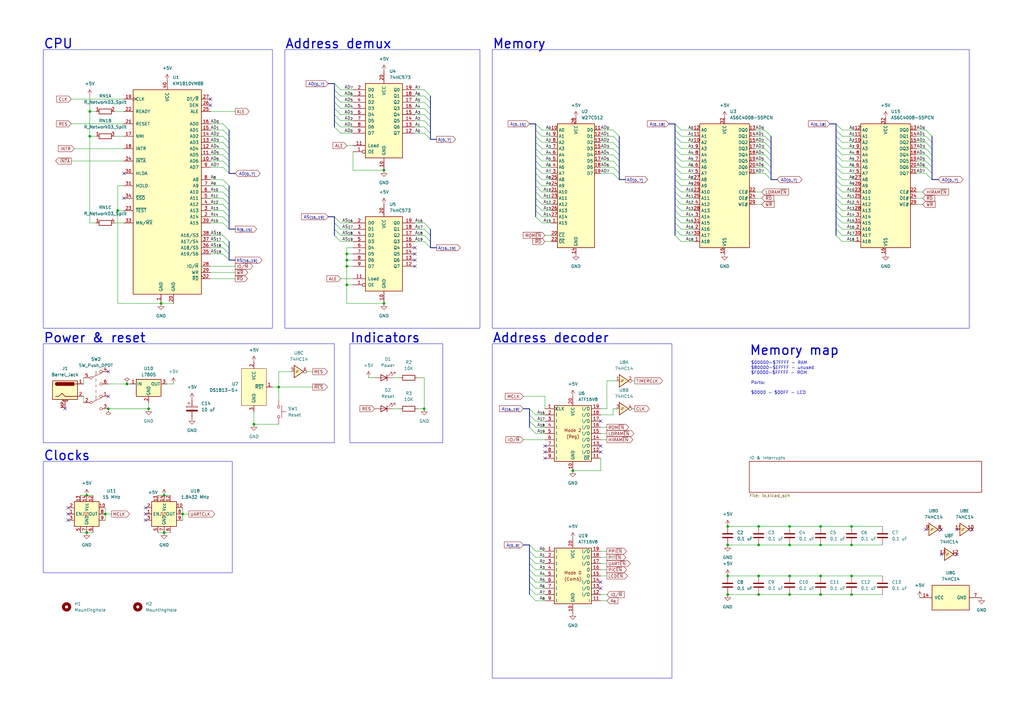
<source format=kicad_sch>
(kicad_sch (version 20230121) (generator eeschema)
  (paper "A3")
  (title_block (title "ПК-88") (date "2023-10-07") (rev "v0.2"))
  (junction (at 311.15 223.52))
  (junction (at 323.85 243.84))
  (junction (at 48.26 86.36))
  (junction (at 323.85 215.9))
  (junction (at 36.83 55.88))
  (junction (at 36.83 45.72))
  (junction (at 336.55 215.9))
  (junction (at 114.3 158.75))
  (junction (at 311.15 215.9))
  (junction (at 298.45 243.84))
  (junction (at 142.24 116.84))
  (junction (at 60.96 167.64))
  (junction (at 323.85 223.52))
  (junction (at 52.07 157.48))
  (junction (at 336.55 236.22))
  (junction (at 298.45 236.22))
  (junction (at 336.55 243.84))
  (junction (at 44.45 167.64))
  (junction (at 104.14 173.99))
  (junction (at 67.31 203.2))
  (junction (at 298.45 215.9))
  (junction (at 311.15 236.22))
  (junction (at 234.95 193.04))
  (junction (at 74.93 210.82))
  (junction (at 349.25 215.9))
  (junction (at 66.04 124.46))
  (junction (at 311.15 243.84))
  (junction (at 35.56 218.44))
  (junction (at 157.48 124.46))
  (junction (at 142.24 106.68))
  (junction (at 142.24 104.14))
  (junction (at 157.48 69.85))
  (junction (at 67.31 218.44))
  (junction (at 142.24 109.22))
  (junction (at 349.25 243.84))
  (junction (at 349.25 223.52))
  (junction (at 43.18 210.82))
  (junction (at 298.45 223.52))
  (junction (at 35.56 203.2))
  (junction (at 336.55 223.52))
  (junction (at 323.85 236.22))
  (junction (at 349.25 236.22))
  (junction (at 173.99 167.64))
  (no_connect (at 27.94 208.28))
  (no_connect (at 386.08 227.33))
  (no_connect (at 223.52 182.88))
  (no_connect (at 26.67 167.64))
  (no_connect (at 246.38 185.42))
  (no_connect (at 392.43 227.33))
  (no_connect (at 50.8 71.12))
  (no_connect (at 246.38 241.3))
  (no_connect (at 44.45 152.4))
  (no_connect (at 170.18 104.14))
  (no_connect (at 246.38 182.88))
  (no_connect (at 86.36 40.64))
  (no_connect (at 170.18 101.6))
  (no_connect (at 59.69 208.28))
  (no_connect (at 44.45 162.56))
  (no_connect (at 246.38 172.72))
  (no_connect (at 50.8 81.28))
  (no_connect (at 223.52 187.96))
  (no_connect (at 379.73 217.17))
  (no_connect (at 386.08 217.17))
  (no_connect (at 27.94 210.82))
  (no_connect (at 392.43 217.17))
  (no_connect (at 86.36 43.18))
  (no_connect (at 170.18 106.68))
  (no_connect (at 59.69 213.36))
  (no_connect (at 223.52 185.42))
  (no_connect (at 246.38 238.76))
  (no_connect (at 59.69 210.82))
  (no_connect (at 398.78 217.17))
  (no_connect (at 170.18 109.22))
  (no_connect (at 27.94 213.36))
  (bus_entry (at 139.7 52.07) (size -2.54 -2.54))
  (bus_entry (at 379.73 55.88) (size 2.54 2.54))
  (bus_entry (at 279.4 81.28) (size -2.54 -2.54))
  (bus_entry (at 345.44 78.74) (size -2.54 -2.54))
  (bus_entry (at 222.25 81.28) (size -2.54 -2.54))
  (bus_entry (at 222.25 55.88) (size -2.54 -2.54))
  (bus_entry (at 91.44 58.42) (size 2.54 2.54))
  (bus_entry (at 91.44 86.36) (size 2.54 2.54))
  (bus_entry (at 219.71 236.22) (size -2.54 -2.54))
  (bus_entry (at 139.7 46.99) (size -2.54 -2.54))
  (bus_entry (at 91.44 104.14) (size 2.54 2.54))
  (bus_entry (at 251.46 63.5) (size 2.54 2.54))
  (bus_entry (at 279.4 76.2) (size -2.54 -2.54))
  (bus_entry (at 379.73 53.34) (size 2.54 2.54))
  (bus_entry (at 222.25 78.74) (size -2.54 -2.54))
  (bus_entry (at 222.25 83.82) (size -2.54 -2.54))
  (bus_entry (at 91.44 76.2) (size 2.54 2.54))
  (bus_entry (at 345.44 66.04) (size -2.54 -2.54))
  (bus_entry (at 251.46 53.34) (size 2.54 2.54))
  (bus_entry (at 379.73 71.12) (size 2.54 2.54))
  (bus_entry (at 313.69 66.04) (size 2.54 2.54))
  (bus_entry (at 345.44 58.42) (size -2.54 -2.54))
  (bus_entry (at 222.25 76.2) (size -2.54 -2.54))
  (bus_entry (at 251.46 68.58) (size 2.54 2.54))
  (bus_entry (at 279.4 86.36) (size -2.54 -2.54))
  (bus_entry (at 173.99 36.83) (size 2.54 2.54))
  (bus_entry (at 345.44 60.96) (size -2.54 -2.54))
  (bus_entry (at 279.4 63.5) (size -2.54 -2.54))
  (bus_entry (at 91.44 60.96) (size 2.54 2.54))
  (bus_entry (at 345.44 96.52) (size -2.54 -2.54))
  (bus_entry (at 313.69 68.58) (size 2.54 2.54))
  (bus_entry (at 222.25 66.04) (size -2.54 -2.54))
  (bus_entry (at 379.73 63.5) (size 2.54 2.54))
  (bus_entry (at 279.4 78.74) (size -2.54 -2.54))
  (bus_entry (at 91.44 68.58) (size 2.54 2.54))
  (bus_entry (at 139.7 54.61) (size -2.54 -2.54))
  (bus_entry (at 345.44 81.28) (size -2.54 -2.54))
  (bus_entry (at 251.46 66.04) (size 2.54 2.54))
  (bus_entry (at 379.73 68.58) (size 2.54 2.54))
  (bus_entry (at 279.4 53.34) (size -2.54 -2.54))
  (bus_entry (at 279.4 83.82) (size -2.54 -2.54))
  (bus_entry (at 345.44 73.66) (size -2.54 -2.54))
  (bus_entry (at 219.71 172.72) (size -2.54 -2.54))
  (bus_entry (at 139.7 91.44) (size -2.54 -2.54))
  (bus_entry (at 91.44 101.6) (size 2.54 2.54))
  (bus_entry (at 345.44 68.58) (size -2.54 -2.54))
  (bus_entry (at 222.25 73.66) (size -2.54 -2.54))
  (bus_entry (at 219.71 233.68) (size -2.54 -2.54))
  (bus_entry (at 91.44 55.88) (size 2.54 2.54))
  (bus_entry (at 173.99 49.53) (size 2.54 2.54))
  (bus_entry (at 379.73 58.42) (size 2.54 2.54))
  (bus_entry (at 91.44 66.04) (size 2.54 2.54))
  (bus_entry (at 91.44 83.82) (size 2.54 2.54))
  (bus_entry (at 279.4 55.88) (size -2.54 -2.54))
  (bus_entry (at 222.25 91.44) (size -2.54 -2.54))
  (bus_entry (at 139.7 36.83) (size -2.54 -2.54))
  (bus_entry (at 222.25 63.5) (size -2.54 -2.54))
  (bus_entry (at 379.73 66.04) (size 2.54 2.54))
  (bus_entry (at 173.99 52.07) (size 2.54 2.54))
  (bus_entry (at 139.7 49.53) (size -2.54 -2.54))
  (bus_entry (at 173.99 99.06) (size 2.54 2.54))
  (bus_entry (at 91.44 99.06) (size 2.54 2.54))
  (bus_entry (at 313.69 53.34) (size 2.54 2.54))
  (bus_entry (at 279.4 58.42) (size -2.54 -2.54))
  (bus_entry (at 219.71 231.14) (size -2.54 -2.54))
  (bus_entry (at 219.71 226.06) (size -2.54 -2.54))
  (bus_entry (at 345.44 71.12) (size -2.54 -2.54))
  (bus_entry (at 379.73 60.96) (size 2.54 2.54))
  (bus_entry (at 279.4 66.04) (size -2.54 -2.54))
  (bus_entry (at 91.44 88.9) (size 2.54 2.54))
  (bus_entry (at 139.7 93.98) (size -2.54 -2.54))
  (bus_entry (at 345.44 63.5) (size -2.54 -2.54))
  (bus_entry (at 139.7 99.06) (size -2.54 -2.54))
  (bus_entry (at 91.44 63.5) (size 2.54 2.54))
  (bus_entry (at 279.4 73.66) (size -2.54 -2.54))
  (bus_entry (at 91.44 81.28) (size 2.54 2.54))
  (bus_entry (at 222.25 68.58) (size -2.54 -2.54))
  (bus_entry (at 279.4 71.12) (size -2.54 -2.54))
  (bus_entry (at 279.4 91.44) (size -2.54 -2.54))
  (bus_entry (at 345.44 88.9) (size -2.54 -2.54))
  (bus_entry (at 279.4 68.58) (size -2.54 -2.54))
  (bus_entry (at 91.44 78.74) (size 2.54 2.54))
  (bus_entry (at 222.25 71.12) (size -2.54 -2.54))
  (bus_entry (at 91.44 50.8) (size 2.54 2.54))
  (bus_entry (at 313.69 58.42) (size 2.54 2.54))
  (bus_entry (at 173.99 91.44) (size 2.54 2.54))
  (bus_entry (at 173.99 39.37) (size 2.54 2.54))
  (bus_entry (at 219.71 243.84) (size -2.54 -2.54))
  (bus_entry (at 173.99 93.98) (size 2.54 2.54))
  (bus_entry (at 91.44 53.34) (size 2.54 2.54))
  (bus_entry (at 222.25 60.96) (size -2.54 -2.54))
  (bus_entry (at 173.99 41.91) (size 2.54 2.54))
  (bus_entry (at 279.4 60.96) (size -2.54 -2.54))
  (bus_entry (at 345.44 91.44) (size -2.54 -2.54))
  (bus_entry (at 173.99 44.45) (size 2.54 2.54))
  (bus_entry (at 219.71 228.6) (size -2.54 -2.54))
  (bus_entry (at 313.69 63.5) (size 2.54 2.54))
  (bus_entry (at 219.71 238.76) (size -2.54 -2.54))
  (bus_entry (at 222.25 88.9) (size -2.54 -2.54))
  (bus_entry (at 219.71 170.18) (size -2.54 -2.54))
  (bus_entry (at 345.44 99.06) (size -2.54 -2.54))
  (bus_entry (at 279.4 88.9) (size -2.54 -2.54))
  (bus_entry (at 222.25 86.36) (size -2.54 -2.54))
  (bus_entry (at 345.44 53.34) (size -2.54 -2.54))
  (bus_entry (at 313.69 60.96) (size 2.54 2.54))
  (bus_entry (at 313.69 71.12) (size 2.54 2.54))
  (bus_entry (at 91.44 96.52) (size 2.54 2.54))
  (bus_entry (at 251.46 58.42) (size 2.54 2.54))
  (bus_entry (at 345.44 55.88) (size -2.54 -2.54))
  (bus_entry (at 251.46 55.88) (size 2.54 2.54))
  (bus_entry (at 251.46 71.12) (size 2.54 2.54))
  (bus_entry (at 222.25 58.42) (size -2.54 -2.54))
  (bus_entry (at 91.44 73.66) (size 2.54 2.54))
  (bus_entry (at 251.46 60.96) (size 2.54 2.54))
  (bus_entry (at 219.71 246.38) (size -2.54 -2.54))
  (bus_entry (at 345.44 83.82) (size -2.54 -2.54))
  (bus_entry (at 91.44 91.44) (size 2.54 2.54))
  (bus_entry (at 173.99 54.61) (size 2.54 2.54))
  (bus_entry (at 139.7 41.91) (size -2.54 -2.54))
  (bus_entry (at 173.99 46.99) (size 2.54 2.54))
  (bus_entry (at 139.7 96.52) (size -2.54 -2.54))
  (bus_entry (at 173.99 96.52) (size 2.54 2.54))
  (bus_entry (at 345.44 93.98) (size -2.54 -2.54))
  (bus_entry (at 345.44 86.36) (size -2.54 -2.54))
  (bus_entry (at 219.71 175.26) (size -2.54 -2.54))
  (bus_entry (at 139.7 39.37) (size -2.54 -2.54))
  (bus_entry (at 279.4 93.98) (size -2.54 -2.54))
  (bus_entry (at 279.4 96.52) (size -2.54 -2.54))
  (bus_entry (at 279.4 99.06) (size -2.54 -2.54))
  (bus_entry (at 345.44 76.2) (size -2.54 -2.54))
  (bus_entry (at 219.71 241.3) (size -2.54 -2.54))
  (bus_entry (at 139.7 44.45) (size -2.54 -2.54))
  (bus_entry (at 222.25 53.34) (size -2.54 -2.54))
  (bus_entry (at 219.71 177.8) (size -2.54 -2.54))
  (bus_entry (at 313.69 55.88) (size 2.54 2.54))
  (bus (pts (xy 137.16 93.98) (xy 137.16 91.44)))
  (wire (pts (xy 171.45 154.94) (xy 173.99 154.94)))
  (bus (pts (xy 93.98 91.44) (xy 93.98 93.98)))
  (wire (pts (xy 170.18 96.52) (xy 173.99 96.52)))
  (wire (pts (xy 111.76 158.75) (xy 114.3 158.75)))
  (wire (pts (xy 349.25 236.22) (xy 336.55 236.22)))
  (bus (pts (xy 382.27 71.12) (xy 382.27 73.66)))
  (wire (pts (xy 33.02 203.2) (xy 35.56 203.2)))
  (bus (pts (xy 217.17 167.64) (xy 214.63 167.64)))
  (wire (pts (xy 50.8 86.36) (xy 48.26 86.36)))
  (wire (pts (xy 144.78 36.83) (xy 139.7 36.83)))
  (wire (pts (xy 284.48 81.28) (xy 279.4 81.28)))
  (wire (pts (xy 284.48 76.2) (xy 279.4 76.2)))
  (wire (pts (xy 323.85 223.52) (xy 311.15 223.52)))
  (wire (pts (xy 86.36 45.72) (xy 96.52 45.72)))
  (wire (pts (xy 309.88 58.42) (xy 313.69 58.42)))
  (bus (pts (xy 219.71 63.5) (xy 219.71 60.96)))
  (bus (pts (xy 93.98 68.58) (xy 93.98 71.12)))
  (wire (pts (xy 64.77 203.2) (xy 67.31 203.2)))
  (wire (pts (xy 375.92 58.42) (xy 379.73 58.42)))
  (bus (pts (xy 93.98 106.68) (xy 96.52 106.68)))
  (wire (pts (xy 142.24 124.46) (xy 157.48 124.46)))
  (bus (pts (xy 176.53 99.06) (xy 176.53 101.6)))
  (bus (pts (xy 217.17 236.22) (xy 217.17 233.68)))
  (bus (pts (xy 382.27 68.58) (xy 382.27 71.12)))
  (wire (pts (xy 36.83 91.44) (xy 39.37 91.44)))
  (wire (pts (xy 248.92 156.21) (xy 252.73 156.21)))
  (wire (pts (xy 226.06 83.82) (xy 222.25 83.82)))
  (wire (pts (xy 309.88 68.58) (xy 313.69 68.58)))
  (wire (pts (xy 246.38 60.96) (xy 251.46 60.96)))
  (bus (pts (xy 219.71 83.82) (xy 219.71 81.28)))
  (wire (pts (xy 223.52 96.52) (xy 226.06 96.52)))
  (wire (pts (xy 170.18 52.07) (xy 173.99 52.07)))
  (wire (pts (xy 323.85 223.52) (xy 336.55 223.52)))
  (bus (pts (xy 342.9 88.9) (xy 342.9 86.36)))
  (wire (pts (xy 86.36 96.52) (xy 91.44 96.52)))
  (wire (pts (xy 336.55 215.9) (xy 349.25 215.9)))
  (bus (pts (xy 137.16 39.37) (xy 137.16 36.83)))
  (bus (pts (xy 276.86 81.28) (xy 276.86 78.74)))
  (wire (pts (xy 91.44 99.06) (xy 86.36 99.06)))
  (wire (pts (xy 144.78 39.37) (xy 139.7 39.37)))
  (wire (pts (xy 86.36 55.88) (xy 91.44 55.88)))
  (wire (pts (xy 248.92 231.14) (xy 246.38 231.14)))
  (wire (pts (xy 173.99 49.53) (xy 170.18 49.53)))
  (bus (pts (xy 342.9 55.88) (xy 342.9 53.34)))
  (wire (pts (xy 248.92 236.22) (xy 246.38 236.22)))
  (bus (pts (xy 137.16 41.91) (xy 137.16 39.37)))
  (wire (pts (xy 114.3 152.4) (xy 114.3 158.75)))
  (bus (pts (xy 137.16 46.99) (xy 137.16 44.45)))
  (wire (pts (xy 284.48 60.96) (xy 279.4 60.96)))
  (wire (pts (xy 170.18 39.37) (xy 173.99 39.37)))
  (wire (pts (xy 248.92 167.64) (xy 248.92 156.21)))
  (wire (pts (xy 144.78 106.68) (xy 142.24 106.68)))
  (wire (pts (xy 43.18 208.28) (xy 43.18 210.82)))
  (wire (pts (xy 45.72 210.82) (xy 43.18 210.82)))
  (bus (pts (xy 93.98 58.42) (xy 93.98 60.96)))
  (wire (pts (xy 226.06 63.5) (xy 222.25 63.5)))
  (bus (pts (xy 254 55.88) (xy 254 58.42)))
  (wire (pts (xy 60.96 167.64) (xy 60.96 165.1)))
  (wire (pts (xy 298.45 215.9) (xy 311.15 215.9)))
  (wire (pts (xy 350.52 91.44) (xy 345.44 91.44)))
  (wire (pts (xy 284.48 73.66) (xy 279.4 73.66)))
  (wire (pts (xy 350.52 83.82) (xy 345.44 83.82)))
  (bus (pts (xy 219.71 68.58) (xy 219.71 66.04)))
  (wire (pts (xy 29.21 40.64) (xy 50.8 40.64)))
  (wire (pts (xy 350.52 58.42) (xy 345.44 58.42)))
  (wire (pts (xy 114.3 152.4) (xy 119.38 152.4)))
  (wire (pts (xy 226.06 71.12) (xy 222.25 71.12)))
  (wire (pts (xy 144.78 46.99) (xy 139.7 46.99)))
  (bus (pts (xy 316.23 60.96) (xy 316.23 63.5)))
  (wire (pts (xy 350.52 53.34) (xy 345.44 53.34)))
  (bus (pts (xy 342.9 78.74) (xy 342.9 76.2)))
  (bus (pts (xy 93.98 83.82) (xy 93.98 86.36)))
  (wire (pts (xy 34.29 162.56) (xy 34.29 165.1)))
  (bus (pts (xy 137.16 49.53) (xy 137.16 46.99)))
  (wire (pts (xy 246.38 63.5) (xy 251.46 63.5)))
  (bus (pts (xy 276.86 93.98) (xy 276.86 91.44)))
  (wire (pts (xy 378.46 83.82) (xy 375.92 83.82)))
  (wire (pts (xy 74.93 208.28) (xy 74.93 210.82)))
  (wire (pts (xy 226.06 91.44) (xy 222.25 91.44)))
  (wire (pts (xy 223.52 228.6) (xy 219.71 228.6)))
  (bus (pts (xy 219.71 50.8) (xy 217.17 50.8)))
  (wire (pts (xy 223.52 226.06) (xy 219.71 226.06)))
  (wire (pts (xy 128.27 158.75) (xy 114.3 158.75)))
  (wire (pts (xy 170.18 36.83) (xy 173.99 36.83)))
  (bus (pts (xy 219.71 73.66) (xy 219.71 71.12)))
  (wire (pts (xy 312.42 81.28) (xy 309.88 81.28)))
  (wire (pts (xy 170.18 93.98) (xy 173.99 93.98)))
  (wire (pts (xy 151.13 154.94) (xy 153.67 154.94)))
  (wire (pts (xy 170.18 46.99) (xy 173.99 46.99)))
  (wire (pts (xy 312.42 83.82) (xy 309.88 83.82)))
  (wire (pts (xy 246.38 71.12) (xy 251.46 71.12)))
  (wire (pts (xy 86.36 81.28) (xy 91.44 81.28)))
  (wire (pts (xy 223.52 233.68) (xy 219.71 233.68)))
  (wire (pts (xy 246.38 187.96) (xy 246.38 193.04)))
  (bus (pts (xy 93.98 78.74) (xy 93.98 81.28)))
  (wire (pts (xy 378.46 78.74) (xy 375.92 78.74)))
  (bus (pts (xy 219.71 88.9) (xy 219.71 86.36)))
  (wire (pts (xy 30.48 60.96) (xy 50.8 60.96)))
  (wire (pts (xy 86.36 78.74) (xy 91.44 78.74)))
  (wire (pts (xy 34.29 154.94) (xy 34.29 157.48)))
  (wire (pts (xy 86.36 76.2) (xy 91.44 76.2)))
  (bus (pts (xy 254 68.58) (xy 254 71.12)))
  (wire (pts (xy 248.92 243.84) (xy 246.38 243.84)))
  (bus (pts (xy 137.16 91.44) (xy 137.16 88.9)))
  (wire (pts (xy 246.38 58.42) (xy 251.46 58.42)))
  (wire (pts (xy 86.36 73.66) (xy 91.44 73.66)))
  (wire (pts (xy 279.4 66.04) (xy 284.48 66.04)))
  (bus (pts (xy 316.23 63.5) (xy 316.23 66.04)))
  (bus (pts (xy 217.17 241.3) (xy 217.17 238.76)))
  (bus (pts (xy 93.98 71.12) (xy 96.52 71.12)))
  (wire (pts (xy 375.92 55.88) (xy 379.73 55.88)))
  (wire (pts (xy 139.7 49.53) (xy 144.78 49.53)))
  (wire (pts (xy 251.46 66.04) (xy 246.38 66.04)))
  (wire (pts (xy 311.15 243.84) (xy 298.45 243.84)))
  (wire (pts (xy 226.06 68.58) (xy 222.25 68.58)))
  (bus (pts (xy 276.86 63.5) (xy 276.86 60.96)))
  (wire (pts (xy 223.52 246.38) (xy 219.71 246.38)))
  (bus (pts (xy 219.71 76.2) (xy 219.71 73.66)))
  (wire (pts (xy 350.52 76.2) (xy 345.44 76.2)))
  (wire (pts (xy 361.95 223.52) (xy 349.25 223.52)))
  (bus (pts (xy 382.27 66.04) (xy 382.27 68.58)))
  (bus (pts (xy 342.9 50.8) (xy 340.36 50.8)))
  (wire (pts (xy 375.92 63.5) (xy 379.73 63.5)))
  (wire (pts (xy 223.52 243.84) (xy 219.71 243.84)))
  (wire (pts (xy 223.52 172.72) (xy 219.71 172.72)))
  (bus (pts (xy 217.17 233.68) (xy 217.17 231.14)))
  (bus (pts (xy 176.53 52.07) (xy 176.53 54.61)))
  (wire (pts (xy 67.31 218.44) (xy 64.77 218.44)))
  (wire (pts (xy 170.18 44.45) (xy 173.99 44.45)))
  (wire (pts (xy 375.92 60.96) (xy 379.73 60.96)))
  (wire (pts (xy 86.36 66.04) (xy 91.44 66.04)))
  (wire (pts (xy 345.44 93.98) (xy 350.52 93.98)))
  (bus (pts (xy 342.9 96.52) (xy 342.9 93.98)))
  (wire (pts (xy 39.37 55.88) (xy 36.83 55.88)))
  (wire (pts (xy 144.78 101.6) (xy 142.24 101.6)))
  (wire (pts (xy 350.52 88.9) (xy 345.44 88.9)))
  (wire (pts (xy 350.52 71.12) (xy 345.44 71.12)))
  (wire (pts (xy 248.92 233.68) (xy 246.38 233.68)))
  (bus (pts (xy 176.53 46.99) (xy 176.53 49.53)))
  (wire (pts (xy 161.29 167.64) (xy 163.83 167.64)))
  (wire (pts (xy 36.83 39.37) (xy 36.83 45.72)))
  (bus (pts (xy 276.86 78.74) (xy 276.86 76.2)))
  (wire (pts (xy 345.44 86.36) (xy 350.52 86.36)))
  (wire (pts (xy 91.44 86.36) (xy 86.36 86.36)))
  (wire (pts (xy 248.92 246.38) (xy 246.38 246.38)))
  (wire (pts (xy 91.44 63.5) (xy 86.36 63.5)))
  (wire (pts (xy 350.52 60.96) (xy 345.44 60.96)))
  (wire (pts (xy 171.45 167.64) (xy 173.99 167.64)))
  (bus (pts (xy 342.9 60.96) (xy 342.9 58.42)))
  (wire (pts (xy 246.38 177.8) (xy 248.92 177.8)))
  (bus (pts (xy 217.17 228.6) (xy 217.17 226.06)))
  (wire (pts (xy 350.52 73.66) (xy 345.44 73.66)))
  (wire (pts (xy 246.38 167.64) (xy 248.92 167.64)))
  (wire (pts (xy 260.35 167.64) (xy 259.08 167.64)))
  (bus (pts (xy 176.53 44.45) (xy 176.53 46.99)))
  (wire (pts (xy 77.47 210.82) (xy 74.93 210.82)))
  (wire (pts (xy 248.92 228.6) (xy 246.38 228.6)))
  (wire (pts (xy 284.48 58.42) (xy 279.4 58.42)))
  (bus (pts (xy 93.98 53.34) (xy 93.98 55.88)))
  (wire (pts (xy 223.52 175.26) (xy 219.71 175.26)))
  (wire (pts (xy 44.45 167.64) (xy 60.96 167.64)))
  (bus (pts (xy 93.98 66.04) (xy 93.98 68.58)))
  (bus (pts (xy 276.86 66.04) (xy 276.86 63.5)))
  (bus (pts (xy 176.53 39.37) (xy 176.53 41.91)))
  (wire (pts (xy 86.36 88.9) (xy 91.44 88.9)))
  (bus (pts (xy 217.17 231.14) (xy 217.17 228.6)))
  (wire (pts (xy 375.92 68.58) (xy 379.73 68.58)))
  (wire (pts (xy 86.36 101.6) (xy 91.44 101.6)))
  (wire (pts (xy 222.25 66.04) (xy 226.06 66.04)))
  (wire (pts (xy 226.06 60.96) (xy 222.25 60.96)))
  (wire (pts (xy 29.21 50.8) (xy 50.8 50.8)))
  (wire (pts (xy 223.52 99.06) (xy 226.06 99.06)))
  (wire (pts (xy 323.85 215.9) (xy 336.55 215.9)))
  (bus (pts (xy 342.9 53.34) (xy 342.9 50.8)))
  (wire (pts (xy 379.73 66.04) (xy 375.92 66.04)))
  (wire (pts (xy 96.52 114.3) (xy 86.36 114.3)))
  (wire (pts (xy 86.36 109.22) (xy 96.52 109.22)))
  (bus (pts (xy 276.86 88.9) (xy 276.86 86.36)))
  (wire (pts (xy 170.18 91.44) (xy 173.99 91.44)))
  (bus (pts (xy 382.27 55.88) (xy 382.27 58.42)))
  (bus (pts (xy 93.98 99.06) (xy 93.98 101.6)))
  (bus (pts (xy 176.53 96.52) (xy 176.53 99.06)))
  (bus (pts (xy 382.27 73.66) (xy 384.81 73.66)))
  (bus (pts (xy 276.86 86.36) (xy 276.86 83.82)))
  (bus (pts (xy 93.98 86.36) (xy 93.98 88.9)))
  (wire (pts (xy 378.46 81.28) (xy 375.92 81.28)))
  (wire (pts (xy 246.38 53.34) (xy 251.46 53.34)))
  (wire (pts (xy 284.48 91.44) (xy 279.4 91.44)))
  (bus (pts (xy 176.53 57.15) (xy 179.07 57.15)))
  (bus (pts (xy 342.9 93.98) (xy 342.9 91.44)))
  (wire (pts (xy 86.36 68.58) (xy 91.44 68.58)))
  (bus (pts (xy 276.86 91.44) (xy 276.86 88.9)))
  (wire (pts (xy 144.78 52.07) (xy 139.7 52.07)))
  (bus (pts (xy 276.86 55.88) (xy 276.86 53.34)))
  (wire (pts (xy 226.06 53.34) (xy 222.25 53.34)))
  (bus (pts (xy 93.98 55.88) (xy 93.98 58.42)))
  (wire (pts (xy 142.24 116.84) (xy 142.24 124.46)))
  (wire (pts (xy 223.52 231.14) (xy 219.71 231.14)))
  (wire (pts (xy 223.52 236.22) (xy 219.71 236.22)))
  (wire (pts (xy 226.06 76.2) (xy 222.25 76.2)))
  (bus (pts (xy 219.71 81.28) (xy 219.71 78.74)))
  (wire (pts (xy 311.15 223.52) (xy 298.45 223.52)))
  (wire (pts (xy 226.06 55.88) (xy 222.25 55.88)))
  (wire (pts (xy 350.52 63.5) (xy 345.44 63.5)))
  (wire (pts (xy 144.78 62.23) (xy 144.78 69.85)))
  (wire (pts (xy 350.52 55.88) (xy 345.44 55.88)))
  (wire (pts (xy 336.55 223.52) (xy 349.25 223.52)))
  (wire (pts (xy 142.24 116.84) (xy 144.78 116.84)))
  (bus (pts (xy 342.9 76.2) (xy 342.9 73.66)))
  (wire (pts (xy 142.24 106.68) (xy 142.24 109.22)))
  (wire (pts (xy 170.18 99.06) (xy 173.99 99.06)))
  (bus (pts (xy 217.17 170.18) (xy 217.17 167.64)))
  (wire (pts (xy 279.4 86.36) (xy 284.48 86.36)))
  (wire (pts (xy 86.36 91.44) (xy 91.44 91.44)))
  (wire (pts (xy 46.99 45.72) (xy 50.8 45.72)))
  (wire (pts (xy 52.07 157.48) (xy 53.34 157.48)))
  (wire (pts (xy 246.38 193.04) (xy 234.95 193.04)))
  (bus (pts (xy 276.86 68.58) (xy 276.86 71.12)))
  (bus (pts (xy 342.9 73.66) (xy 342.9 71.12)))
  (wire (pts (xy 284.48 78.74) (xy 279.4 78.74)))
  (wire (pts (xy 50.8 76.2) (xy 48.26 76.2)))
  (wire (pts (xy 69.85 218.44) (xy 67.31 218.44)))
  (bus (pts (xy 137.16 96.52) (xy 137.16 93.98)))
  (wire (pts (xy 375.92 71.12) (xy 379.73 71.12)))
  (wire (pts (xy 284.48 63.5) (xy 279.4 63.5)))
  (bus (pts (xy 382.27 60.96) (xy 382.27 63.5)))
  (wire (pts (xy 36.83 55.88) (xy 36.83 91.44)))
  (wire (pts (xy 222.25 86.36) (xy 226.06 86.36)))
  (wire (pts (xy 284.48 83.82) (xy 279.4 83.82)))
  (wire (pts (xy 144.78 96.52) (xy 139.7 96.52)))
  (wire (pts (xy 86.36 50.8) (xy 91.44 50.8)))
  (wire (pts (xy 246.38 175.26) (xy 248.92 175.26)))
  (bus (pts (xy 316.23 68.58) (xy 316.23 71.12)))
  (wire (pts (xy 349.25 243.84) (xy 336.55 243.84)))
  (bus (pts (xy 219.71 68.58) (xy 219.71 71.12)))
  (wire (pts (xy 36.83 55.88) (xy 36.83 45.72)))
  (bus (pts (xy 316.23 66.04) (xy 316.23 68.58)))
  (wire (pts (xy 163.83 154.94) (xy 161.29 154.94)))
  (wire (pts (xy 361.95 236.22) (xy 349.25 236.22)))
  (bus (pts (xy 276.86 76.2) (xy 276.86 73.66)))
  (bus (pts (xy 254 60.96) (xy 254 63.5)))
  (wire (pts (xy 67.31 203.2) (xy 69.85 203.2)))
  (wire (pts (xy 284.48 68.58) (xy 279.4 68.58)))
  (wire (pts (xy 35.56 203.2) (xy 38.1 203.2)))
  (bus (pts (xy 254 71.12) (xy 254 73.66)))
  (wire (pts (xy 246.38 170.18) (xy 251.46 170.18)))
  (wire (pts (xy 336.55 236.22) (xy 323.85 236.22)))
  (wire (pts (xy 284.48 71.12) (xy 279.4 71.12)))
  (wire (pts (xy 246.38 180.34) (xy 248.92 180.34)))
  (bus (pts (xy 219.71 78.74) (xy 219.71 76.2)))
  (wire (pts (xy 279.4 93.98) (xy 284.48 93.98)))
  (wire (pts (xy 223.52 177.8) (xy 219.71 177.8)))
  (bus (pts (xy 219.71 55.88) (xy 219.71 53.34)))
  (wire (pts (xy 284.48 99.06) (xy 279.4 99.06)))
  (wire (pts (xy 104.14 173.99) (xy 104.14 168.91)))
  (wire (pts (xy 144.78 69.85) (xy 157.48 69.85)))
  (wire (pts (xy 223.52 238.76) (xy 219.71 238.76)))
  (bus (pts (xy 219.71 53.34) (xy 219.71 50.8)))
  (wire (pts (xy 284.48 53.34) (xy 279.4 53.34)))
  (wire (pts (xy 248.92 226.06) (xy 246.38 226.06)))
  (bus (pts (xy 93.98 88.9) (xy 93.98 91.44)))
  (wire (pts (xy 86.36 60.96) (xy 91.44 60.96)))
  (bus (pts (xy 137.16 36.83) (xy 137.16 34.29)))
  (wire (pts (xy 48.26 124.46) (xy 66.04 124.46)))
  (wire (pts (xy 246.38 68.58) (xy 251.46 68.58)))
  (wire (pts (xy 142.24 109.22) (xy 142.24 116.84)))
  (bus (pts (xy 93.98 81.28) (xy 93.98 83.82)))
  (wire (pts (xy 246.38 55.88) (xy 251.46 55.88)))
  (bus (pts (xy 382.27 63.5) (xy 382.27 66.04)))
  (bus (pts (xy 176.53 54.61) (xy 176.53 57.15)))
  (wire (pts (xy 43.18 210.82) (xy 43.18 213.36)))
  (bus (pts (xy 276.86 68.58) (xy 276.86 66.04)))
  (wire (pts (xy 309.88 71.12) (xy 313.69 71.12)))
  (wire (pts (xy 44.45 157.48) (xy 52.07 157.48)))
  (wire (pts (xy 142.24 109.22) (xy 144.78 109.22)))
  (wire (pts (xy 144.78 54.61) (xy 139.7 54.61)))
  (wire (pts (xy 345.44 66.04) (xy 350.52 66.04)))
  (bus (pts (xy 276.86 58.42) (xy 276.86 55.88)))
  (wire (pts (xy 36.83 45.72) (xy 39.37 45.72)))
  (bus (pts (xy 342.9 68.58) (xy 342.9 71.12)))
  (bus (pts (xy 217.17 175.26) (xy 217.17 172.72)))
  (wire (pts (xy 309.88 63.5) (xy 313.69 63.5)))
  (wire (pts (xy 226.06 78.74) (xy 222.25 78.74)))
  (bus (pts (xy 382.27 58.42) (xy 382.27 60.96)))
  (wire (pts (xy 226.06 58.42) (xy 222.25 58.42)))
  (wire (pts (xy 350.52 96.52) (xy 345.44 96.52)))
  (bus (pts (xy 316.23 71.12) (xy 316.23 73.66)))
  (bus (pts (xy 176.53 49.53) (xy 176.53 52.07)))
  (bus (pts (xy 93.98 76.2) (xy 93.98 78.74)))
  (bus (pts (xy 342.9 68.58) (xy 342.9 66.04)))
  (wire (pts (xy 311.15 236.22) (xy 323.85 236.22)))
  (wire (pts (xy 226.06 88.9) (xy 222.25 88.9)))
  (bus (pts (xy 219.71 66.04) (xy 219.71 63.5)))
  (wire (pts (xy 50.8 66.04) (xy 29.21 66.04)))
  (wire (pts (xy 139.7 114.3) (xy 144.78 114.3)))
  (wire (pts (xy 170.18 41.91) (xy 173.99 41.91)))
  (bus (pts (xy 342.9 66.04) (xy 342.9 63.5)))
  (wire (pts (xy 223.52 241.3) (xy 219.71 241.3)))
  (bus (pts (xy 176.53 93.98) (xy 176.53 96.52)))
  (bus (pts (xy 93.98 63.5) (xy 93.98 66.04)))
  (wire (pts (xy 33.02 218.44) (xy 35.56 218.44)))
  (bus (pts (xy 176.53 101.6) (xy 179.07 101.6)))
  (wire (pts (xy 46.99 55.88) (xy 50.8 55.88)))
  (bus (pts (xy 276.86 83.82) (xy 276.86 81.28)))
  (bus (pts (xy 176.53 41.91) (xy 176.53 44.45)))
  (wire (pts (xy 251.46 170.18) (xy 251.46 167.64)))
  (bus (pts (xy 342.9 86.36) (xy 342.9 83.82)))
  (wire (pts (xy 312.42 78.74) (xy 309.88 78.74)))
  (wire (pts (xy 142.24 101.6) (xy 142.24 104.14)))
  (wire (pts (xy 223.52 162.56) (xy 214.63 162.56)))
  (wire (pts (xy 284.48 88.9) (xy 279.4 88.9)))
  (bus (pts (xy 276.86 96.52) (xy 276.86 93.98)))
  (wire (pts (xy 350.52 81.28) (xy 345.44 81.28)))
  (wire (pts (xy 251.46 167.64) (xy 252.73 167.64)))
  (wire (pts (xy 311.15 215.9) (xy 323.85 215.9)))
  (wire (pts (xy 223.52 167.64) (xy 223.52 162.56)))
  (wire (pts (xy 144.78 104.14) (xy 142.24 104.14)))
  (bus (pts (xy 342.9 58.42) (xy 342.9 55.88)))
  (wire (pts (xy 350.52 99.06) (xy 345.44 99.06)))
  (wire (pts (xy 144.78 44.45) (xy 139.7 44.45)))
  (bus (pts (xy 217.17 226.06) (xy 217.17 223.52)))
  (wire (pts (xy 361.95 243.84) (xy 349.25 243.84)))
  (bus (pts (xy 93.98 104.14) (xy 93.98 106.68)))
  (wire (pts (xy 259.08 156.21) (xy 260.35 156.21)))
  (bus (pts (xy 316.23 73.66) (xy 318.77 73.66)))
  (wire (pts (xy 35.56 218.44) (xy 38.1 218.44)))
  (wire (pts (xy 361.95 215.9) (xy 349.25 215.9)))
  (bus (pts (xy 276.86 60.96) (xy 276.86 58.42)))
  (bus (pts (xy 254 58.42) (xy 254 60.96)))
  (bus (pts (xy 276.86 73.66) (xy 276.86 71.12)))
  (wire (pts (xy 223.52 170.18) (xy 219.71 170.18)))
  (wire (pts (xy 142.24 104.14) (xy 142.24 106.68)))
  (wire (pts (xy 74.93 210.82) (xy 74.93 213.36)))
  (bus (pts (xy 342.9 83.82) (xy 342.9 81.28)))
  (wire (pts (xy 173.99 154.94) (xy 173.99 167.64)))
  (wire (pts (xy 309.88 53.34) (xy 313.69 53.34)))
  (wire (pts (xy 144.78 91.44) (xy 139.7 91.44)))
  (bus (pts (xy 137.16 88.9) (xy 134.62 88.9)))
  (wire (pts (xy 86.36 111.76) (xy 96.52 111.76)))
  (bus (pts (xy 93.98 101.6) (xy 93.98 104.14)))
  (wire (pts (xy 298.45 236.22) (xy 311.15 236.22)))
  (wire (pts (xy 313.69 66.04) (xy 309.88 66.04)))
  (wire (pts (xy 71.12 157.48) (xy 68.58 157.48)))
  (bus (pts (xy 93.98 60.96) (xy 93.98 63.5)))
  (bus (pts (xy 219.71 60.96) (xy 219.71 58.42)))
  (bus (pts (xy 316.23 58.42) (xy 316.23 60.96)))
  (wire (pts (xy 350.52 78.74) (xy 345.44 78.74)))
  (bus (pts (xy 316.23 55.88) (xy 316.23 58.42)))
  (wire (pts (xy 309.88 60.96) (xy 313.69 60.96)))
  (bus (pts (xy 217.17 238.76) (xy 217.17 236.22)))
  (bus (pts (xy 342.9 63.5) (xy 342.9 60.96)))
  (wire (pts (xy 86.36 58.42) (xy 91.44 58.42)))
  (wire (pts (xy 226.06 81.28) (xy 222.25 81.28)))
  (bus (pts (xy 219.71 86.36) (xy 219.71 83.82)))
  (bus (pts (xy 254 63.5) (xy 254 66.04)))
  (wire (pts (xy 350.52 68.58) (xy 345.44 68.58)))
  (wire (pts (xy 86.36 83.82) (xy 91.44 83.82)))
  (wire (pts (xy 114.3 163.83) (xy 114.3 158.75)))
  (bus (pts (xy 217.17 243.84) (xy 217.17 241.3)))
  (wire (pts (xy 86.36 104.14) (xy 91.44 104.14)))
  (bus (pts (xy 254 73.66) (xy 256.54 73.66)))
  (wire (pts (xy 48.26 86.36) (xy 48.26 124.46)))
  (wire (pts (xy 144.78 99.06) (xy 139.7 99.06)))
  (bus (pts (xy 276.86 50.8) (xy 274.32 50.8)))
  (wire (pts (xy 323.85 243.84) (xy 311.15 243.84)))
  (wire (pts (xy 46.99 91.44) (xy 50.8 91.44)))
  (bus (pts (xy 137.16 52.07) (xy 137.16 49.53)))
  (bus (pts (xy 342.9 81.28) (xy 342.9 78.74)))
  (wire (pts (xy 104.14 173.99) (xy 114.3 173.99)))
  (wire (pts (xy 214.63 180.34) (xy 223.52 180.34)))
  (bus (pts (xy 93.98 93.98) (xy 96.52 93.98)))
  (bus (pts (xy 254 66.04) (xy 254 68.58)))
  (wire (pts (xy 336.55 243.84) (xy 323.85 243.84)))
  (wire (pts (xy 142.24 59.69) (xy 144.78 59.69)))
  (wire (pts (xy 226.06 73.66) (xy 222.25 73.66)))
  (wire (pts (xy 284.48 55.88) (xy 279.4 55.88)))
  (bus (pts (xy 342.9 91.44) (xy 342.9 88.9)))
  (wire (pts (xy 144.78 93.98) (xy 139.7 93.98)))
  (wire (pts (xy 375.92 53.34) (xy 379.73 53.34)))
  (wire (pts (xy 66.04 124.46) (xy 71.12 124.46)))
  (wire (pts (xy 170.18 54.61) (xy 173.99 54.61)))
  (bus (pts (xy 219.71 58.42) (xy 219.71 55.88)))
  (wire (pts (xy 48.26 76.2) (xy 48.26 86.36)))
  (wire (pts (xy 125.73 152.4) (xy 128.27 152.4)))
  (bus (pts (xy 217.17 172.72) (xy 217.17 170.18)))
  (wire (pts (xy 86.36 53.34) (xy 91.44 53.34)))
  (bus (pts (xy 276.86 53.34) (xy 276.86 50.8)))
  (bus (pts (xy 137.16 34.29) (xy 134.62 34.29)))
  (wire (pts (xy 309.88 55.88) (xy 313.69 55.88)))
  (bus (pts (xy 137.16 44.45) (xy 137.16 41.91)))
  (wire (pts (xy 284.48 96.52) (xy 279.4 96.52)))
  (bus (pts (xy 217.17 223.52) (xy 214.63 223.52)))
  (wire (pts (xy 144.78 41.91) (xy 139.7 41.91)))
  (rectangle (start 17.78 140.97) (end 137.16 181.61))
  (rectangle (start 17.78 20.32) (end 111.76 134.62))
  (rectangle (start 201.93 20.32) (end 397.51 134.62))
  (rectangle (start 143.51 140.97) (end 181.61 181.61))
  (rectangle (start 116.84 20.32) (end 196.85 134.62))
  (rectangle (start 17.78 189.23) (end 95.25 234.95))
  (rectangle (start 201.93 140.97) (end 275.59 278.13))
  (text "Address decoder" (at 201.93 140.97 0) (effects (font (size 3.81 3.81) (thickness 0.508) bold) (justify left bottom)))
  (text "Clocks" (at 17.78 189.23 0) (effects (font (size 3.81 3.81) (thickness 0.508) bold) (justify left bottom)))
  (text "Power & reset" (at 17.78 140.97 0) (effects (font (size 3.81 3.81) (thickness 0.508) bold) (justify left bottom)))
  (text "Address demux" (at 116.84 20.32 0) (effects (font (size 3.81 3.81) (thickness 0.508) bold) (justify left bottom)))
  (text "Indicators" (at 143.51 140.97 0) (effects (font (size 3.81 3.81) (thickness 0.508) bold) (justify left bottom)))
  (text "Memory" (at 201.93 20.32 0) (effects (font (size 3.81 3.81) (thickness 0.508) bold) (justify left bottom)))
  (text "$00000-$7FFFF - RAM\n$80000-$EFFFF - unused\n$F0000-$FFFFF - ROM\n\nPorts:\n\n$0000 - $00FF - LCD" (at 307.975 161.925 0) (effects (font (size 1.27 1.27)) (justify left bottom)))
  (text "Memory map" (at 307.34 146.05 0) (effects (font (size 3.81 3.81) (thickness 0.508) bold) (justify left bottom)))
  (text "CPU" (at 17.78 20.32 0) (effects (font (size 3.81 3.81) (thickness 0.508) bold) (justify left bottom)))
  (label "AS_{18}" (at 86.36 101.6 0))
  (label "A_{12}" (at 226.06 83.82 180))
  (label "A_{10}" (at 284.48 78.74 180))
  (label "AS_{16}" (at 144.78 91.44 180))
  (label "A_{15}" (at 284.48 91.44 180))
  (label "A_{3}" (at 170.18 46.99 0))
  (label "A_{6}" (at 226.06 68.58 180))
  (label "AD_{6}" (at 144.78 39.37 180))
  (label "AD_{6}" (at 86.36 66.04 0))
  (label "A_{18}" (at 170.18 96.52 0))
  (label "AD_{6}" (at 309.88 68.58 0))
  (label "AD_{4}" (at 246.38 63.5 0))
  (label "AD_{5}" (at 246.38 66.04 0))
  (label "AD_{6}" (at 375.92 68.58 0))
  (label "A_{14}" (at 284.48 88.9 180))
  (label "A_{5}" (at 170.18 41.91 0))
  (label "A_{18}" (at 223.52 175.26 180))
  (label "AD_{0}" (at 86.36 50.8 0))
  (label "A_{12}" (at 86.36 83.82 0))
  (label "A_{6}" (at 284.48 68.58 180))
  (label "A_{5}" (at 223.52 238.76 180))
  (label "A_{13}" (at 86.36 86.36 0))
  (label "A_{2}" (at 226.06 58.42 180))
  (label "A_{1}" (at 226.06 55.88 180))
  (label "A_{8}" (at 284.48 73.66 180))
  (label "A_{2}" (at 284.48 58.42 180))
  (label "AD_{7}" (at 86.36 68.58 0))
  (label "A_{7}" (at 226.06 71.12 180))
  (label "A_{9}" (at 284.48 76.2 180))
  (label "A_{7}" (at 350.52 71.12 180))
  (label "AD_{6}" (at 246.38 68.58 0))
  (label "A_{10}" (at 86.36 78.74 0))
  (label "A_{3}" (at 284.48 60.96 180))
  (label "AD_{7}" (at 309.88 71.12 0))
  (label "A_{14}" (at 86.36 88.9 0))
  (label "A_{11}" (at 226.06 81.28 180))
  (label "A_{15}" (at 350.52 91.44 180))
  (label "AD_{7}" (at 144.78 36.83 180))
  (label "AS_{19}" (at 86.36 104.14 0))
  (label "A_{16}" (at 284.48 93.98 180))
  (label "A_{3}" (at 226.06 60.96 180))
  (label "A_{1}" (at 170.18 52.07 0))
  (label "A_{10}" (at 226.06 78.74 180))
  (label "A_{12}" (at 350.52 83.82 180))
  (label "AD_{0}" (at 309.88 53.34 0))
  (label "A_{4}" (at 223.52 236.22 180))
  (label "A_{10}" (at 350.52 78.74 180))
  (label "A_{17}" (at 223.52 172.72 180))
  (label "AD_{4}" (at 144.78 44.45 180))
  (label "A_{11}" (at 284.48 81.28 180))
  (label "A_{1}" (at 350.52 55.88 180))
  (label "AD_{4}" (at 86.36 60.96 0))
  (label "AS_{18}" (at 144.78 96.52 180))
  (label "A_{1}" (at 223.52 228.6 180))
  (label "A_{16}" (at 170.18 91.44 0))
  (label "AS_{17}" (at 86.36 99.06 0))
  (label "A_{5}" (at 284.48 66.04 180))
  (label "A_{8}" (at 223.52 246.38 180))
  (label "AD_{2}" (at 309.88 58.42 0))
  (label "A_{9}" (at 86.36 76.2 0))
  (label "A_{0}" (at 284.48 53.34 180))
  (label "A_{16}" (at 223.52 170.18 180))
  (label "AD_{5}" (at 144.78 41.91 180))
  (label "AD_{5}" (at 309.88 66.04 0))
  (label "A_{11}" (at 86.36 81.28 0))
  (label "A_{9}" (at 350.52 76.2 180))
  (label "A_{8}" (at 350.52 73.66 180))
  (label "A_{7}" (at 284.48 71.12 180))
  (label "AD_{1}" (at 144.78 52.07 180))
  (label "AD_{7}" (at 246.38 71.12 0))
  (label "A_{6}" (at 223.52 241.3 180))
  (label "A_{0}" (at 226.06 53.34 180))
  (label "AD_{2}" (at 375.92 58.42 0))
  (label "A_{9}" (at 226.06 76.2 180))
  (label "AD_{4}" (at 375.92 63.5 0))
  (label "AD_{2}" (at 246.38 58.42 0))
  (label "A_{18}" (at 284.48 99.06 180))
  (label "A_{14}" (at 226.06 88.9 180))
  (label "A_{1}" (at 284.48 55.88 180))
  (label "AD_{1}" (at 86.36 53.34 0))
  (label "A_{4}" (at 170.18 44.45 0))
  (label "A_{6}" (at 170.18 39.37 0))
  (label "AD_{0}" (at 144.78 54.61 180))
  (label "AS_{17}" (at 144.78 93.98 180))
  (label "AS_{19}" (at 144.78 99.06 180))
  (label "AD_{5}" (at 375.92 66.04 0))
  (label "A_{8}" (at 226.06 73.66 180))
  (label "A_{17}" (at 170.18 93.98 0))
  (label "A_{5}" (at 226.06 66.04 180))
  (label "AD_{1}" (at 309.88 55.88 0))
  (label "AD_{7}" (at 375.92 71.12 0))
  (label "A_{0}" (at 350.52 53.34 180))
  (label "AD_{3}" (at 86.36 58.42 0))
  (label "AD_{4}" (at 309.88 63.5 0))
  (label "A_{4}" (at 284.48 63.5 180))
  (label "A_{13}" (at 284.48 86.36 180))
  (label "AD_{3}" (at 144.78 46.99 180))
  (label "AD_{1}" (at 246.38 55.88 0))
  (label "AD_{0}" (at 246.38 53.34 0))
  (label "AD_{3}" (at 375.92 60.96 0))
  (label "AD_{1}" (at 375.92 55.88 0))
  (label "AD_{3}" (at 309.88 60.96 0))
  (label "A_{0}" (at 170.18 54.61 0))
  (label "AD_{3}" (at 246.38 60.96 0))
  (label "A_{14}" (at 350.52 88.9 180))
  (label "A_{11}" (at 350.52 81.28 180))
  (label "A_{15}" (at 86.36 91.44 0))
  (label "A_{19}" (at 223.52 177.8 180))
  (label "AD_{0}" (at 375.92 53.34 0))
  (label "A_{13}" (at 350.52 86.36 180))
  (label "A_{4}" (at 350.52 63.5 180))
  (label "A_{5}" (at 350.52 66.04 180))
  (label "A_{12}" (at 284.48 83.82 180))
  (label "AS_{16}" (at 86.36 96.52 0))
  (label "A_{7}" (at 223.52 243.84 180))
  (label "A_{4}" (at 226.06 63.5 180))
  (label "A_{8}" (at 86.36 73.66 0))
  (label "AD_{5}" (at 86.36 63.5 0))
  (label "A_{2}" (at 170.18 49.53 0))
  (label "A_{17}" (at 350.52 96.52 180))
  (label "A_{17}" (at 284.48 96.52 180))
  (label "A_{15}" (at 226.06 91.44 180))
  (label "A_{19}" (at 170.18 99.06 0))
  (label "AD_{2}" (at 144.78 49.53 180))
  (label "A_{3}" (at 350.52 60.96 180))
  (label "A_{6}" (at 350.52 68.58 180))
  (label "A_{7}" (at 170.18 36.83 0))
  (label "A_{0}" (at 223.52 226.06 180))
  (label "A_{3}" (at 223.52 233.68 180))
  (label "A_{2}" (at 223.52 231.14 180))
  (label "A_{2}" (at 350.52 58.42 180))
  (label "A_{18}" (at 350.52 99.06 180))
  (label "AD_{2}" (at 86.36 55.88 0))
  (label "A_{13}" (at 226.06 86.36 180))
  (label "A_{16}" (at 350.52 93.98 180))
  (global_label "AD_{[0..7]}" (shape bidirectional) (at 384.81 73.66 0) (property "Intersheetrefs" "${INTERSHEET_REFS}" (effects hide)))
  (global_label "~{WR}" (shape input) (at 312.42 83.82 0) (property "Intersheetrefs" "${INTERSHEET_REFS}" (effects hide)))
  (global_label "A_{[0..9]}" (shape input) (at 214.63 223.52 180) (property "Intersheetrefs" "${INTERSHEET_REFS}" (effects hide)))
  (global_label "CLK" (shape input) (at 29.21 40.64 180) (property "Intersheetrefs" "${INTERSHEET_REFS}" (effects hide)))
  (global_label "UARTCLK" (shape output) (at 77.47 210.82 0) (property "Intersheetrefs" "${INTERSHEET_REFS}" (effects hide)))
  (global_label "ROM~{EN}" (shape input) (at 223.52 96.52 180) (property "Intersheetrefs" "${INTERSHEET_REFS}" (effects hide)))
  (global_label "RES" (shape output) (at 128.27 152.4 0) (property "Intersheetrefs" "${INTERSHEET_REFS}" (effects hide)))
  (global_label "~{RD}" (shape input) (at 378.46 81.28 0) (property "Intersheetrefs" "${INTERSHEET_REFS}" (effects hide)))
  (global_label "INTR" (shape input) (at 30.48 60.96 180) (property "Intersheetrefs" "${INTERSHEET_REFS}" (effects hide)))
  (global_label "AD_{[0..7]}" (shape bidirectional) (at 96.52 71.12 0) (property "Intersheetrefs" "${INTERSHEET_REFS}" (effects hide)))
  (global_label "~{RD}" (shape input) (at 312.42 81.28 0) (property "Intersheetrefs" "${INTERSHEET_REFS}" (effects hide)))
  (global_label "LCD~{EN}" (shape output) (at 248.92 236.22 0) (property "Intersheetrefs" "${INTERSHEET_REFS}" (effects hide)))
  (global_label "RES" (shape input) (at 29.21 50.8 180) (property "Intersheetrefs" "${INTERSHEET_REFS}" (effects hide)))
  (global_label "PIC~{EN}" (shape output) (at 248.92 233.68 0) (property "Intersheetrefs" "${INTERSHEET_REFS}" (effects hide)))
  (global_label "RES" (shape input) (at 153.67 167.64 180) (property "Intersheetrefs" "${INTERSHEET_REFS}" (effects hide)))
  (global_label "ALE" (shape output) (at 96.52 45.72 0) (property "Intersheetrefs" "${INTERSHEET_REFS}" (effects hide)))
  (global_label "AS_{[16..19]}" (shape input) (at 134.62 88.9 180) (property "Intersheetrefs" "${INTERSHEET_REFS}" (effects hide)))
  (global_label "LORAM~{EN}" (shape output) (at 248.92 177.8 0) (property "Intersheetrefs" "${INTERSHEET_REFS}" (effects hide)))
  (global_label "~{RES}" (shape output) (at 128.27 158.75 0) (property "Intersheetrefs" "${INTERSHEET_REFS}" (effects hide)))
  (global_label "LORAM~{EN}" (shape input) (at 312.42 78.74 0) (property "Intersheetrefs" "${INTERSHEET_REFS}" (effects hide)))
  (global_label "AD_{[0..7]}" (shape output) (at 256.54 73.66 0) (property "Intersheetrefs" "${INTERSHEET_REFS}" (effects hide)))
  (global_label "A_{[16..19]}" (shape output) (at 179.07 101.6 0) (property "Intersheetrefs" "${INTERSHEET_REFS}" (effects hide)))
  (global_label "MCLK" (shape input) (at 214.63 162.56 180) (property "Intersheetrefs" "${INTERSHEET_REFS}" (effects hide)))
  (global_label "IO{slash}~{M}" (shape output) (at 96.52 109.22 0) (property "Intersheetrefs" "${INTERSHEET_REFS}" (effects hide)))
  (global_label "MCLK" (shape output) (at 45.72 210.82 0) (property "Intersheetrefs" "${INTERSHEET_REFS}" (effects hide)))
  (global_label "A_{[8..15]}" (shape output) (at 96.52 93.98 0) (property "Intersheetrefs" "${INTERSHEET_REFS}" (effects hide)))
  (global_label "~{WR}" (shape output) (at 96.52 111.76 0) (property "Intersheetrefs" "${INTERSHEET_REFS}" (effects hide)))
  (global_label "ALE" (shape input) (at 142.24 59.69 180) (property "Intersheetrefs" "${INTERSHEET_REFS}" (effects hide)))
  (global_label "AD_{[0..7]}" (shape bidirectional) (at 318.77 73.66 0) (property "Intersheetrefs" "${INTERSHEET_REFS}" (effects hide)))
  (global_label "A_{[0..15]}" (shape input) (at 217.17 50.8 180) (property "Intersheetrefs" "${INTERSHEET_REFS}" (effects hide)))
  (global_label "PPI~{EN}" (shape output) (at 248.92 226.06 0) (property "Intersheetrefs" "${INTERSHEET_REFS}" (effects hide)))
  (global_label "AS_{[16..19]}" (shape output) (at 96.52 106.68 0) (property "Intersheetrefs" "${INTERSHEET_REFS}" (effects hide)))
  (global_label "ROM~{EN}" (shape output) (at 248.92 175.26 0) (property "Intersheetrefs" "${INTERSHEET_REFS}" (effects hide)))
  (global_label "IO{slash}~{M}" (shape input) (at 248.92 243.84 0) (property "Intersheetrefs" "${INTERSHEET_REFS}" (effects hide)))
  (global_label "A_{[16..19]}" (shape input) (at 214.63 167.64 180) (property "Intersheetrefs" "${INTERSHEET_REFS}" (effects hide)))
  (global_label "CLK" (shape output) (at 260.35 167.64 0) (property "Intersheetrefs" "${INTERSHEET_REFS}" (effects hide)))
  (global_label "UART~{EN}" (shape output) (at 248.92 231.14 0) (property "Intersheetrefs" "${INTERSHEET_REFS}" (effects hide)))
  (global_label "A_{[0..7]}" (shape output) (at 179.07 57.15 0) (property "Intersheetrefs" "${INTERSHEET_REFS}" (effects hide)))
  (global_label "~{RD}" (shape input) (at 223.52 99.06 180) (property "Intersheetrefs" "${INTERSHEET_REFS}" (effects hide)))
  (global_label "PIT~{EN}" (shape output) (at 248.92 228.6 0) (property "Intersheetrefs" "${INTERSHEET_REFS}" (effects hide)))
  (global_label "ALE" (shape input) (at 139.7 114.3 180) (property "Intersheetrefs" "${INTERSHEET_REFS}" (effects hide)))
  (global_label "HIRAM~{EN}" (shape output) (at 248.92 180.34 0) (property "Intersheetrefs" "${INTERSHEET_REFS}" (effects hide)))
  (global_label "AD_{[0..7]}" (shape input) (at 134.62 34.29 180) (property "Intersheetrefs" "${INTERSHEET_REFS}" (effects hide)))
  (global_label "A_{[0..18]}" (shape input) (at 274.32 50.8 180) (property "Intersheetrefs" "${INTERSHEET_REFS}" (effects hide)))
  (global_label "A_{[0..18]}" (shape input) (at 340.36 50.8 180) (property "Intersheetrefs" "${INTERSHEET_REFS}" (effects hide)))
  (global_label "~{INTA}" (shape output) (at 29.21 66.04 180) (property "Intersheetrefs" "${INTERSHEET_REFS}" (effects hide)))
  (global_label "HIRAM~{EN}" (shape input) (at 378.46 78.74 0) (property "Intersheetrefs" "${INTERSHEET_REFS}" (effects hide)))
  (global_label "A_{9}" (shape input) (at 248.92 246.38 0) (property "Intersheetrefs" "${INTERSHEET_REFS}" (effects hide)))
  (global_label "~{WR}" (shape input) (at 378.46 83.82 0) (property "Intersheetrefs" "${INTERSHEET_REFS}" (effects hide)))
  (global_label "~{RD}" (shape output) (at 96.52 114.3 0) (property "Intersheetrefs" "${INTERSHEET_REFS}" (effects hide)))
  (global_label "TIMERCLK" (shape output) (at 260.35 156.21 0) (property "Intersheetrefs" "${INTERSHEET_REFS}" (effects hide)))
  (global_label "IO{slash}~{M}" (shape input) (at 214.63 180.34 180) (property "Intersheetrefs" "${INTERSHEET_REFS}" (effects hide)))
  (symbol (lib_id "power:+5V") (at 157.48 29.21 0) (unit 1)
    (property "Reference" "#PWR03" (effects hide))
    (property "Value" "+5V" (at 157.48 24.13 0))
  )
  (symbol (lib_id "power:GND") (at 60.96 167.64 0) (unit 1)
    (property "Reference" "#PWR021" (effects hide))
    (property "Value" "GND" (at 60.96 172.72 0))
  )
  (symbol (lib_id "power:+5V") (at 35.56 203.2 0) (unit 1)
    (property "Reference" "#PWR027" (effects hide))
    (property "Value" "+5V" (at 35.56 198.12 0))
  )
  (symbol (lib_id "my:ATF16V8_Mode0") (at 234.95 236.22 0) (unit 1)
    (property "Reference" "U19" (at 237.1441 219.71 0) (effects (justify left)))
    (property "Value" "ATF16V8" (at 237.1441 222.25 0) (effects (justify left)))
    (property "Footprint" "Package_DIP:DIP-20_W7.62mm_Socket" (effects hide))
    (property "Datasheet" "https://k1.spdns.de/Develop/Projects/GalAsm/info/galer/gal16_20v8.html" (effects hide))
  )
  (symbol (lib_id "power:GND") (at 157.48 124.46 0) (unit 1)
    (property "Reference" "#PWR014" (effects hide))
    (property "Value" "GND" (at 157.48 129.54 0))
  )
  (symbol (lib_id "power:+5V") (at 377.19 245.11 0) (unit 1)
    (property "Reference" "#PWR037" (effects hide))
    (property "Value" "+5V" (at 377.19 240.03 0))
  )
  (symbol (lib_id "power:+5V") (at 236.22 48.26 0) (unit 1)
    (property "Reference" "#PWR01" (effects hide))
    (property "Value" "+5V" (at 236.22 43.18 0))
  )
  (symbol (lib_id "power:GND") (at 35.56 218.44 0) (unit 1)
    (property "Reference" "#PWR028" (effects hide))
    (property "Value" "GND" (at 35.56 223.52 0))
  )
  (symbol (lib_id "Device:C") (at 323.85 219.71 0) (unit 1)
    (property "Reference" "C4" (at 327.66 218.44 0) (effects (justify left)))
    (property "Value" "0.1 uF" (at 327.66 220.98 0) (effects (justify left)))
    (property "Footprint" "footprints:C_Disc_Long" (effects hide))
  )
  (symbol (lib_id "74hc00_small:74HC14_small") (at 389.89 245.11 90) (unit 7)
    (property "Reference" "U8" (at 389.89 234.95 90))
    (property "Value" "74HC14" (at 389.89 237.49 90))
    (property "Footprint" "Package_DIP:DIP-14_W7.62mm_Socket" (effects hide))
    (property "Datasheet" "http://www.ti.com/lit/gpn/sn74HC14" (effects hide))
  )
  (symbol (lib_id "power:GND") (at 104.14 173.99 0) (unit 1)
    (property "Reference" "#PWR025" (effects hide))
    (property "Value" "GND" (at 104.14 179.07 0))
  )
  (symbol (lib_id "power:GND") (at 402.59 245.11 0) (unit 1)
    (property "Reference" "#PWR036" (effects hide))
    (property "Value" "GND" (at 402.59 250.19 0))
  )
  (symbol (lib_id "power:GND") (at 234.95 251.46 0) (unit 1)
    (property "Reference" "#PWR056" (effects hide))
    (property "Value" "GND" (at 234.95 256.54 0))
  )
  (symbol (lib_id "Device:LED") (at 157.48 154.94 180) (unit 1)
    (property "Reference" "D1" (at 159.0675 147.32 0))
    (property "Value" "Power" (at 159.0675 149.86 0))
    (property "Footprint" "LED_THT:LED_D3.0mm" (effects hide))
  )
  (symbol (lib_id "74xx:74LS573") (at 157.48 49.53 0) (unit 1)
    (property "Reference" "U4" (at 159.6741 29.21 0) (effects (justify left)))
    (property "Value" "74HC573" (at 159.6741 31.75 0) (effects (justify left)))
    (property "Footprint" "Package_DIP:DIP-20_W7.62mm_Socket" (effects hide))
    (property "Datasheet" "74xx/74hc573.pdf" (effects hide))
  )
  (symbol (lib_id "Device:C") (at 336.55 219.71 0) (unit 1)
    (property "Reference" "C5" (at 340.36 218.44 0) (effects (justify left)))
    (property "Value" "0.1 uF" (at 340.36 220.98 0) (effects (justify left)))
    (property "Footprint" "footprints:C_Disc_Long" (effects hide))
  )
  (symbol (lib_id "power:+5V") (at 36.83 39.37 0) (unit 1)
    (property "Reference" "#PWR05" (effects hide))
    (property "Value" "+5V" (at 36.83 34.29 0))
  )
  (symbol (lib_id "Device:LED") (at 157.48 167.64 180) (unit 1)
    (property "Reference" "D2" (at 159.0675 160.02 0))
    (property "Value" "Reset" (at 159.0675 162.56 0))
    (property "Footprint" "LED_THT:LED_D3.0mm" (effects hide))
  )
  (symbol (lib_id "power:PWR_FLAG") (at 44.45 167.64 0) (mirror x) (unit 1)
    (property "Reference" "#FLG02" (effects hide))
    (property "Value" "PWR_FLAG" (effects hide))
  )
  (symbol (lib_id "Device:R_Network03_Split") (at 43.18 45.72 90) (unit 1)
    (property "Reference" "RN1" (at 43.18 39.37 90))
    (property "Value" "R_Network03_Split" (at 43.18 41.91 90))
    (property "Footprint" "Resistor_THT:R_Array_SIP4" (effects hide))
    (property "Datasheet" "http://www.vishay.com/docs/31509/csc.pdf" (effects hide))
  )
  (symbol (lib_id "power:+5V") (at 157.48 83.82 0) (unit 1)
    (property "Reference" "#PWR07" (effects hide))
    (property "Value" "+5V" (at 157.48 78.74 0))
  )
  (symbol (lib_id "Regulator_Linear:L7805") (at 60.96 157.48 0) (unit 1)
    (property "Reference" "U10" (at 60.96 151.13 0))
    (property "Value" "L7805" (at 60.96 153.67 0))
    (property "Footprint" "Package_TO_SOT_THT:TO-220-3_Vertical" (effects hide))
    (property "Datasheet" "http://www.st.com/content/ccc/resource/technical/document/datasheet/41/4f/b3/b0/12/d4/47/88/CD00000444.pdf/files/CD00000444.pdf/jcr:content/translations/en.CD00000444.pdf" (effects hide))
  )
  (symbol (lib_id "74hc00_small:74HC14_small") (at 394.97 217.17 0) (unit 5)
    (property "Reference" "U8" (at 395.605 209.55 0))
    (property "Value" "74HC14" (at 395.605 212.09 0))
    (property "Footprint" "Package_DIP:DIP-14_W7.62mm_Socket" (effects hide))
    (property "Datasheet" "http://www.ti.com/lit/gpn/sn74HC14" (effects hide))
  )
  (symbol (lib_id "Device:R_Network03_Split") (at 43.18 91.44 90) (unit 3)
    (property "Reference" "RN1" (at 43.18 85.09 90))
    (property "Value" "R_Network03_Split" (at 43.18 87.63 90))
    (property "Footprint" "Resistor_THT:R_Array_SIP4" (effects hide))
    (property "Datasheet" "http://www.vishay.com/docs/31509/csc.pdf" (effects hide))
  )
  (symbol (lib_id "74hc00_small:74HC14_small") (at 255.27 167.64 0) (unit 2)
    (property "Reference" "U8" (at 255.905 160.02 0))
    (property "Value" "74HC14" (at 255.905 162.56 0))
    (property "Footprint" "Package_DIP:DIP-14_W7.62mm_Socket" (effects hide))
    (property "Datasheet" "http://www.ti.com/lit/gpn/sn74HC14" (effects hide))
  )
  (symbol (lib_id "power:+5V") (at 151.13 154.94 0) (unit 1)
    (property "Reference" "#PWR019" (effects hide))
    (property "Value" "+5V" (at 151.13 149.86 0))
  )
  (symbol (lib_id "power:GND") (at 67.31 218.44 0) (unit 1)
    (property "Reference" "#PWR051" (effects hide))
    (property "Value" "GND" (at 67.31 223.52 0))
  )
  (symbol (lib_id "power:GND") (at 234.95 193.04 0) (unit 1)
    (property "Reference" "#PWR016" (effects hide))
    (property "Value" "GND" (at 234.95 198.12 0))
  )
  (symbol (lib_id "power:+5V") (at 234.95 220.98 0) (unit 1)
    (property "Reference" "#PWR057" (effects hide))
    (property "Value" "+5V" (at 234.95 215.9 0))
  )
  (symbol (lib_id "power:GND") (at 157.48 69.85 0) (unit 1)
    (property "Reference" "#PWR06" (effects hide))
    (property "Value" "GND" (at 157.48 74.93 0))
  )
  (symbol (lib_id "power:GND") (at 236.22 104.14 0) (unit 1)
    (property "Reference" "#PWR08" (effects hide))
    (property "Value" "GND" (at 236.22 109.22 0))
  )
  (symbol (lib_id "Device:C") (at 311.15 240.03 0) (unit 1)
    (property "Reference" "C9" (at 314.96 238.76 0) (effects (justify left)))
    (property "Value" "0.1 uF" (at 314.96 241.3 0) (effects (justify left)))
    (property "Footprint" "footprints:C_Disc_VeryLong" (effects hide))
  )
  (symbol (lib_id "Device:C") (at 361.95 219.71 0) (unit 1)
    (property "Reference" "C7" (at 365.76 218.44 0) (effects (justify left)))
    (property "Value" "0.1 uF" (at 365.76 220.98 0) (effects (justify left)))
    (property "Footprint" "footprints:C_Disc_Long" (effects hide))
  )
  (symbol (lib_id "Device:C") (at 349.25 240.03 0) (unit 1)
    (property "Reference" "C12" (at 353.06 238.76 0) (effects (justify left)))
    (property "Value" "0.1 uF" (at 353.06 241.3 0) (effects (justify left)))
    (property "Footprint" "footprints:C_Disc_VeryLong" (effects hide))
  )
  (symbol (lib_id "MCU_Intel:8088_Min_Mode") (at 68.58 78.74 0) (unit 1)
    (property "Reference" "U1" (at 70.7741 31.75 0) (effects (justify left)))
    (property "Value" "KM1810VM88" (at 70.7741 34.29 0) (effects (justify left)))
    (property "Footprint" "Package_DIP:DIP-40_W15.24mm" (effects hide))
    (property "Datasheet" "http://datasheets.chipdb.org/Intel/x86/808x/datashts/8088/231456-006.pdf" (effects hide))
  )
  (symbol (lib_id "power:+5V") (at 67.31 203.2 0) (unit 1)
    (property "Reference" "#PWR050" (effects hide))
    (property "Value" "+5V" (at 64.77 201.93 0) (effects (justify right)))
  )
  (symbol (lib_id "power:+5V") (at 68.58 33.02 0) (unit 1)
    (property "Reference" "#PWR04" (effects hide))
    (property "Value" "+5V" (at 68.58 27.94 0))
  )
  (symbol (lib_id "Mechanical:MountingHole") (at 56.515 248.92 0) (unit 1)
    (property "Reference" "H2" (at 59.69 247.65 0) (effects (justify left)))
    (property "Value" "MountingHole" (at 59.69 250.19 0) (effects (justify left)))
    (property "Footprint" "footprints:Hole_2.5x4" (effects hide))
  )
  (symbol (lib_id "power:+5V") (at 298.45 215.9 0) (unit 1)
    (property "Reference" "#PWR032" (effects hide))
    (property "Value" "+5V" (at 298.45 210.82 0))
  )
  (symbol (lib_id "power:+5V") (at 78.74 163.83 0) (unit 1)
    (property "Reference" "#PWR042" (effects hide))
    (property "Value" "+5V" (at 78.74 158.75 0))
  )
  (symbol (lib_id "Device:C") (at 311.15 219.71 0) (unit 1)
    (property "Reference" "C3" (at 314.96 218.44 0) (effects (justify left)))
    (property "Value" "0.1 uF" (at 314.96 220.98 0) (effects (justify left)))
    (property "Footprint" "Capacitor_THT:C_Disc_D3.0mm_W1.6mm_P2.50mm" (effects hide))
  )
  (symbol (lib_id "my:CXO_DIP-8-14") (at 35.56 210.82 0) (unit 1)
    (property "Reference" "U11" (at 45.72 201.3519 0))
    (property "Value" "15 MHz" (at 45.72 203.8919 0))
    (property "Footprint" "footprints:Oscillator_DIP-8-14" (effects hide))
  )
  (symbol (lib_id "Memory_EPROM:27C512") (at 236.22 76.2 0) (unit 1)
    (property "Reference" "U2" (at 238.4141 45.72 0) (effects (justify left)))
    (property "Value" "W27C512" (at 238.4141 48.26 0) (effects (justify left)))
    (property "Footprint" "footprints:ZIF28" (effects hide))
    (property "Datasheet" "http://ww1.microchip.com/downloads/en/DeviceDoc/doc0015.pdf" (effects hide))
  )
  (symbol (lib_id "my:ATF16V8_Mode2") (at 234.95 177.8 0) (unit 1)
    (property "Reference" "U6" (at 237.1441 161.29 0) (effects (justify left)))
    (property "Value" "ATF16V8" (at 237.1441 163.83 0) (effects (justify left)))
    (property "Footprint" "Package_DIP:DIP-20_W7.62mm_Socket" (effects hide))
    (property "Datasheet" "https://k1.spdns.de/Develop/Projects/GalAsm/info/galer/gal16_20v8.html" (effects hide))
  )
  (symbol (lib_id "74xx:74LS573") (at 157.48 104.14 0) (unit 1)
    (property "Reference" "U5" (at 159.6741 83.82 0) (effects (justify left)))
    (property "Value" "74HC573" (at 159.6741 86.36 0) (effects (justify left)))
    (property "Footprint" "Package_DIP:DIP-20_W7.62mm_Socket" (effects hide))
    (property "Datasheet" "74xx/74hc573.pdf" (effects hide))
  )
  (symbol (lib_id "74hc00_small:74HC14_small") (at 382.27 217.17 0) (unit 4)
    (property "Reference" "U8" (at 382.905 209.55 0))
    (property "Value" "74HC14" (at 382.905 212.09 0))
    (property "Footprint" "Package_DIP:DIP-14_W7.62mm_Socket" (effects hide))
    (property "Datasheet" "http://www.ti.com/lit/gpn/sn74HC14" (effects hide))
  )
  (symbol (lib_id "Device:C") (at 298.45 219.71 0) (unit 1)
    (property "Reference" "C2" (at 302.26 218.44 0) (effects (justify left)))
    (property "Value" "0.1 uF" (at 302.26 220.98 0) (effects (justify left)))
    (property "Footprint" "footprints:C_Disc_Long" (effects hide))
  )
  (symbol (lib_id "Mechanical:MountingHole") (at 27.305 248.92 0) (unit 1)
    (property "Reference" "H1" (at 30.48 247.65 0) (effects (justify left)))
    (property "Value" "MountingHole" (at 30.48 250.19 0) (effects (justify left)))
    (property "Footprint" "footprints:Hole_2.5x4" (effects hide))
  )
  (symbol (lib_id "74hc00_small:74HC14_small") (at 388.62 227.33 0) (unit 6)
    (property "Reference" "U8" (at 389.255 219.71 0))
    (property "Value" "74HC14" (at 389.255 222.25 0))
    (property "Footprint" "Package_DIP:DIP-14_W7.62mm_Socket" (effects hide))
    (property "Datasheet" "http://www.ti.com/lit/gpn/sn74HC14" (effects hide))
  )
  (symbol (lib_id "Device:C_Polarized") (at 78.74 167.64 0) (unit 1)
    (property "Reference" "C14" (at 82.55 165.481 0) (effects (justify left)))
    (property "Value" "10 uF" (at 82.55 168.021 0) (effects (justify left)))
    (property "Footprint" "Capacitor_THT:CP_Radial_D8.0mm_P3.50mm" (effects hide))
  )
  (symbol (lib_id "power:GND") (at 78.74 171.45 0) (unit 1)
    (property "Reference" "#PWR047" (effects hide))
    (property "Value" "GND" (at 78.74 176.53 0))
  )
  (symbol (lib_id "Device:C") (at 361.95 240.03 0) (unit 1)
    (property "Reference" "C13" (at 365.76 238.76 0) (effects (justify left)))
    (property "Value" "0.1 uF" (at 365.76 241.3 0) (effects (justify left)))
    (property "Footprint" "footprints:C_Disc_VeryLong" (effects hide))
  )
  (symbol (lib_id "power:GND") (at 173.99 167.64 0) (unit 1)
    (property "Reference" "#PWR022" (effects hide))
    (property "Value" "GND" (at 173.99 172.72 0))
  )
  (symbol (lib_id "Switch:SW_Push") (at 114.3 168.91 270) (unit 1)
    (property "Reference" "SW1" (at 118.11 167.64 90) (effects (justify left)))
    (property "Value" "Reset" (at 118.11 170.18 90) (effects (justify left)))
    (property "Footprint" "Button_Switch_THT:SW_PUSH_6mm_H5mm" (effects hide))
  )
  (symbol (lib_id "power:+5V") (at 298.45 236.22 0) (unit 1)
    (property "Reference" "#PWR010" (effects hide))
    (property "Value" "+5V" (at 298.45 231.14 0))
  )
  (symbol (lib_id "74hc00_small:74HC14_small") (at 121.92 152.4 0) (unit 3)
    (property "Reference" "U8" (at 122.555 144.78 0))
    (property "Value" "74HC14" (at 122.555 147.32 0))
    (property "Footprint" "Package_DIP:DIP-14_W7.62mm_Socket" (effects hide))
    (property "Datasheet" "http://www.ti.com/lit/gpn/sn74HC14" (effects hide))
  )
  (symbol (lib_id "Device:R") (at 167.64 154.94 90) (unit 1)
    (property "Reference" "R2" (at 167.64 148.59 90))
    (property "Value" "10K" (at 167.64 151.13 90))
    (property "Footprint" "Resistor_THT:R_Axial_DIN0204_L3.6mm_D1.6mm_P7.62mm_Horizontal" (effects hide))
  )
  (symbol (lib_id "power:PWR_FLAG") (at 52.07 157.48 0) (unit 1)
    (property "Reference" "#FLG01" (effects hide))
    (property "Value" "PWR_FLAG" (effects hide))
  )
  (symbol (lib_id "Memory_RAM:AS6C4008-55PCN") (at 297.18 76.2 0) (unit 1)
    (property "Reference" "U3" (at 299.3741 45.72 0) (effects (justify left)))
    (property "Value" "AS6C4008-55PCN" (at 299.3741 48.26 0) (effects (justify left)))
    (property "Footprint" "Package_DIP:DIP-32_W15.24mm" (effects hide))
    (property "Datasheet" "https://www.alliancememory.com/wp-content/uploads/pdf/AS6C4008.pdf" (effects hide))
  )
  (symbol (lib_id "74hc00_small:74HC14_small") (at 255.27 156.21 0) (unit 1)
    (property "Reference" "U8" (at 255.905 148.59 0))
    (property "Value" "74HC14" (at 255.905 151.13 0))
    (property "Footprint" "Package_DIP:DIP-14_W7.62mm_Socket" (effects hide))
    (property "Datasheet" "http://www.ti.com/lit/gpn/sn74HC14" (effects hide))
  )
  (symbol (lib_id "Memory_RAM:AS6C4008-55PCN") (at 363.22 76.2 0) (unit 1)
    (property "Reference" "U15" (at 365.4141 45.72 0) (effects (justify left)))
    (property "Value" "AS6C4008-55PCN" (at 365.4141 48.26 0) (effects (justify left)))
    (property "Footprint" "Package_DIP:DIP-32_W15.24mm" (effects hide))
    (property "Datasheet" "https://www.alliancememory.com/wp-content/uploads/pdf/AS6C4008.pdf" (effects hide))
  )
  (symbol (lib_id "Device:C") (at 336.55 240.03 0) (unit 1)
    (property "Reference" "C11" (at 340.36 238.76 0) (effects (justify left)))
    (property "Value" "0.1 uF" (at 340.36 241.3 0) (effects (justify left)))
    (property "Footprint" "Capacitor_THT:C_Disc_D3.0mm_W1.6mm_P2.50mm" (effects hide))
  )
  (symbol (lib_id "Device:C") (at 298.45 240.03 0) (unit 1)
    (property "Reference" "C8" (at 302.26 238.76 0) (effects (justify left)))
    (property "Value" "0.1 uF" (at 302.26 241.3 0) (effects (justify left)))
    (property "Footprint" "footprints:C_Disc_Long" (effects hide))
  )
  (symbol (lib_id "Device:R") (at 167.64 167.64 90) (unit 1)
    (property "Reference" "R3" (at 167.64 161.29 90))
    (property "Value" "10K" (at 167.64 163.83 90))
    (property "Footprint" "Resistor_THT:R_Axial_DIN0204_L3.6mm_D1.6mm_P7.62mm_Horizontal" (effects hide))
  )
  (symbol (lib_id "power:+5V") (at 104.14 148.59 0) (unit 1)
    (property "Reference" "#PWR018" (effects hide))
    (property "Value" "+5V" (at 104.14 143.51 0))
  )
  (symbol (lib_id "ds1813:DS1813-5+") (at 104.14 143.51 0) (unit 1)
    (property "Reference" "U7" (at 97.79 157.48 0) (effects (justify right)))
    (property "Value" "DS1813-5+" (at 97.79 160.02 0) (effects (justify right)))
    (property "Footprint" "Package_TO_SOT_THT:TO-92L_Inline_Wide" (effects hide))
  )
  (symbol (lib_id "my:SW_Push_DPDT_R") (at 39.37 160.02 0) (unit 1)
    (property "Reference" "SW2" (at 39.37 147.32 0))
    (property "Value" "SW_Push_DPDT" (at 39.37 149.86 0))
    (property "Footprint" "footprints:PB22E06" (effects hide))
  )
  (symbol (lib_id "power:GND") (at 363.22 104.14 0) (unit 1)
    (property "Reference" "#PWR045" (effects hide))
    (property "Value" "GND" (at 363.22 109.22 0))
  )
  (symbol (lib_id "power:GND") (at 66.04 124.46 0) (unit 1)
    (property "Reference" "#PWR013" (effects hide))
    (property "Value" "GND" (at 66.04 129.54 0))
  )
  (symbol (lib_id "power:GND") (at 298.45 243.84 0) (unit 1)
    (property "Reference" "#PWR011" (effects hide))
    (property "Value" "GND" (at 298.45 248.92 0))
  )
  (symbol (lib_id "power:+5V") (at 297.18 48.26 0) (unit 1)
    (property "Reference" "#PWR02" (effects hide))
    (property "Value" "+5V" (at 297.18 43.18 0))
  )
  (symbol (lib_id "power:GND") (at 298.45 223.52 0) (unit 1)
    (property "Reference" "#PWR038" (effects hide))
    (property "Value" "GND" (at 298.45 228.6 0))
  )
  (symbol (lib_id "my:CXO_DIP-8-14") (at 67.31 210.82 0) (unit 1)
    (property "Reference" "U18" (at 80.01 201.3519 0))
    (property "Value" "1.8432 MHz" (at 80.01 203.8919 0))
    (property "Footprint" "footprints:Oscillator_DIP-8-14" (effects hide))
  )
  (symbol (lib_id "power:+5V") (at 363.22 48.26 0) (unit 1)
    (property "Reference" "#PWR044" (effects hide))
    (property "Value" "+5V" (at 363.22 43.18 0))
  )
  (symbol (lib_id "Device:R_Network03_Split") (at 43.18 55.88 90) (unit 2)
    (property "Reference" "RN1" (at 43.18 49.53 90))
    (property "Value" "R_Network03_Split" (at 43.18 52.07 90))
    (property "Footprint" "Resistor_THT:R_Array_SIP4" (effects hide))
    (property "Datasheet" "http://www.vishay.com/docs/31509/csc.pdf" (effects hide))
  )
  (symbol (lib_id "Device:C") (at 323.85 240.03 0) (unit 1)
    (property "Reference" "C10" (at 327.66 238.76 0) (effects (justify left)))
    (property "Value" "0.1 uF" (at 327.66 241.3 0) (effects (justify left)))
    (property "Footprint" "footprints:C_Disc_Long" (effects hide))
  )
  (symbol (lib_id "power:GND") (at 297.18 104.14 0) (unit 1)
    (property "Reference" "#PWR09" (effects hide))
    (property "Value" "GND" (at 297.18 109.22 0))
  )
  (symbol (lib_id "power:+5V") (at 234.95 162.56 0) (unit 1)
    (property "Reference" "#PWR012" (effects hide))
    (property "Value" "+5V" (at 234.95 157.48 0))
  )
  (symbol (lib_id "power:+5V") (at 71.12 157.48 0) (unit 1)
    (property "Reference" "#PWR020" (effects hide))
    (property "Value" "+5V" (at 71.12 152.4 0))
  )
  (symbol (lib_id "Connector:Barrel_Jack_MountingPin") (at 26.67 160.02 0) (unit 1)
    (property "Reference" "J1" (at 26.67 151.13 0))
    (property "Value" "Barrel_Jack" (at 26.67 153.67 0))
    (property "Footprint" "Connector_BarrelJack:BarrelJack_Wuerth_6941xx301002" (effects hide))
  )
  (symbol (lib_id "Device:C") (at 349.25 219.71 0) (unit 1)
    (property "Reference" "C6" (at 353.06 218.44 0) (effects (justify left)))
    (property "Value" "0.1 uF" (at 353.06 220.98 0) (effects (justify left)))
    (property "Footprint" "footprints:C_Disc_VeryLong" (effects hide))
  )
  (sheet (at 307.34 189.23) (size 95.25 12.7) (stroke (width 0.1524))
    (property "Sheetname" "IO & Interrupts" (at 307.34 188.5184 0) (effects (justify left bottom)))
    (property "Sheetfile" "io.kicad_sch" (at 307.34 202.5146 0) (effects (justify left top)))
  )
)
</source>
